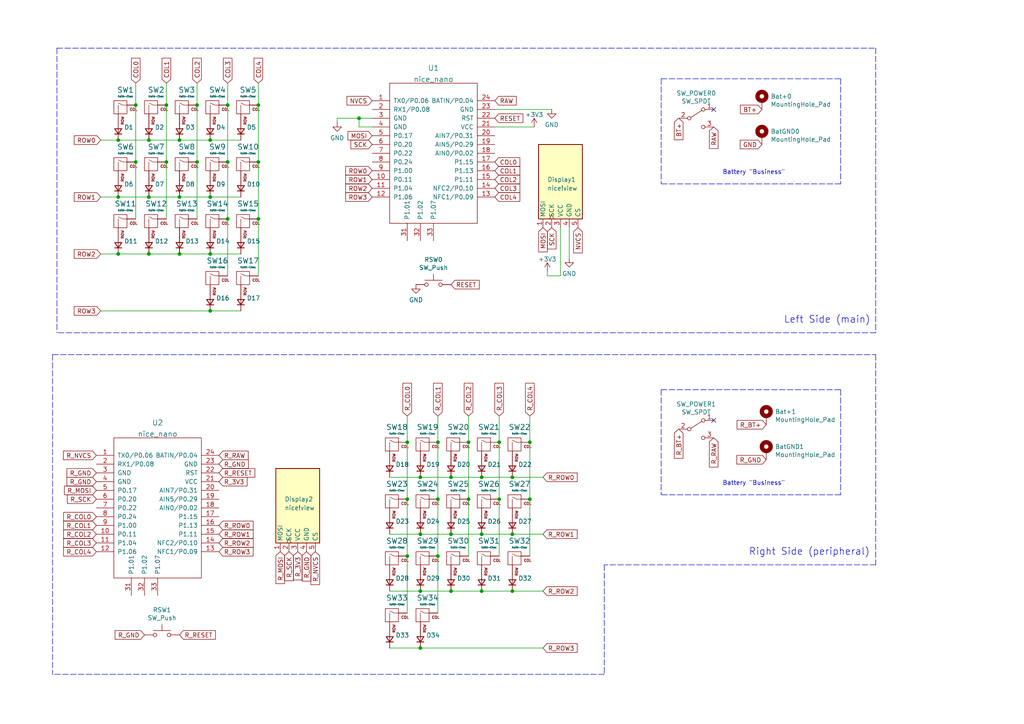
<source format=kicad_sch>
(kicad_sch (version 20211123) (generator eeschema)
  (paper "A4")
  (lib_symbols
    (symbol "Device:D_Small" (pin_numbers hide) (pin_names (offset 0.254) hide)
      (property "Reference" "D" (at -1.27 2.032 0))
      (property "Value" "D_Small" (at -3.81 -2.032 0))
      (symbol "D_Small_0_1"
        (polyline (pts (xy -0.762 -1.016) (xy -0.762 1.016)) (stroke (width 0.254)))
        (polyline (pts (xy -0.762 0) (xy 0.762 0)))
        (polyline (pts (xy 0.762 -1.016) (xy -0.762 0) (xy 0.762 1.016) (xy 0.762 -1.016)) (stroke (width 0.254)))
      )
      (symbol "D_Small_1_1"
        (pin passive line (at -2.54 0 0) (length 1.778) (name "K") (number "1"))
        (pin passive line (at 2.54 0 180) (length 1.778) (name "A") (number "2"))
      )
    )
    (symbol "MX_Alps_Hybrid:MX-NoLED" (pin_names (offset 1.016))
      (property "Reference" "MX" (at -0.635 3.81 0))
      (property "Value" "MX-NoLED" (at -0.635 1.27 0))
      (symbol "MX-NoLED_0_0"
        (rectangle (start -2.54 2.54) (end 1.27 -1.27))
        (polyline (pts (xy -1.27 -1.27) (xy -1.27 1.27)) (stroke (width 0.127)))
        (polyline (pts (xy 1.27 1.27) (xy 0 1.27) (xy -1.27 1.905)) (stroke (width 0.127)))
        (text "COL" (at 3.175 0 0) (effects (font (size 0.762 0.762))))
        (text "ROW" (at 0 -1.905 900) (effects (font (size 0.762 0.762)) (justify right)))
      )
      (symbol "MX-NoLED_1_1"
        (pin passive line (at 3.81 1.27 180) (length 2.54) (name "COL") (number "1"))
        (pin passive line (at -1.27 -3.81 90) (length 2.54) (name "ROW") (number "2"))
      )
    )
    (symbol "Mechanical:MountingHole_Pad" (pin_numbers hide) (pin_names (offset 1.016) hide)
      (property "Reference" "H" (at 0 6.35 0))
      (property "Value" "MountingHole_Pad" (at 0 4.445 0))
      (symbol "MountingHole_Pad_0_1"
        (circle (center 0 1.27) (radius 1.27) (stroke (width 1.27)))
      )
      (symbol "MountingHole_Pad_1_1"
        (pin input line (at 0 -2.54 90) (length 2.54) (name "1") (number "1"))
      )
    )
    (symbol "Switch:SW_Push" (pin_numbers hide) (pin_names (offset 1.016) hide)
      (property "Reference" "SW" (at 1.27 2.54 0))
      (property "Value" "SW_Push" (at 0 -1.524 0))
      (symbol "SW_Push_0_1"
        (circle (center -2.032 0) (radius 0.508))
        (polyline (pts (xy 0 1.27) (xy 0 3.048)))
        (polyline (pts (xy 2.54 1.27) (xy -2.54 1.27)))
        (circle (center 2.032 0) (radius 0.508))
        (pin passive line (at -5.08 0 0) (length 2.54) (name "1") (number "1"))
        (pin passive line (at 5.08 0 180) (length 2.54) (name "2") (number "2"))
      )
    )
    (symbol "Switch:SW_SPDT" (pin_names (offset 0) hide)
      (property "Reference" "SW" (at 0 4.318 0))
      (property "Value" "SW_SPDT" (at 0 -5.08 0))
      (symbol "SW_SPDT_0_0"
        (circle (center -2.032 0) (radius 0.508))
        (circle (center 2.032 -2.54) (radius 0.508))
      )
      (symbol "SW_SPDT_0_1"
        (polyline (pts (xy -1.524 0.254) (xy 1.651 2.286)))
        (circle (center 2.032 2.54) (radius 0.508))
      )
      (symbol "SW_SPDT_1_1"
        (pin passive line (at 5.08 2.54 180) (length 2.54) (name "A") (number "1"))
        (pin passive line (at -5.08 0 0) (length 2.54) (name "B") (number "2"))
        (pin passive line (at 5.08 -2.54 180) (length 2.54) (name "C") (number "3"))
      )
    )
    (symbol "nice_nano:nice_nano" (pin_names (offset 1.016))
      (property "Reference" "U" (at 0 0 0))
      (property "Value" "nice_nano" (at 0 2.54 0))
      (symbol "nice_nano_0_1"
        (rectangle (start -12.7 -21.59) (end 12.7 19.05))
      )
      (symbol "nice_nano_1_1"
        (pin input line (at -17.78 13.97 0) (length 5.08) (name "TX0/P0.06") (number "1"))
        (pin input line (at -17.78 -8.89 0) (length 5.08) (name "P0.11") (number "10"))
        (pin input line (at -17.78 -11.43 0) (length 5.08) (name "P1.04") (number "11"))
        (pin input line (at -17.78 -13.97 0) (length 5.08) (name "P1.06") (number "12"))
        (pin input line (at 17.78 -13.97 180) (length 5.08) (name "NFC1/P0.09") (number "13"))
        (pin input line (at 17.78 -11.43 180) (length 5.08) (name "NFC2/P0.10") (number "14"))
        (pin input line (at 17.78 -8.89 180) (length 5.08) (name "P1.11") (number "15"))
        (pin input line (at 17.78 -6.35 180) (length 5.08) (name "P1.13") (number "16"))
        (pin input line (at 17.78 -3.81 180) (length 5.08) (name "P1.15") (number "17"))
        (pin input line (at 17.78 -1.27 180) (length 5.08) (name "AIN0/P0.02") (number "18"))
        (pin input line (at 17.78 1.27 180) (length 5.08) (name "AIN5/P0.29") (number "19"))
        (pin input line (at -17.78 11.43 0) (length 5.08) (name "RX1/P0.08") (number "2"))
        (pin input line (at 17.78 3.81 180) (length 5.08) (name "AIN7/P0.31") (number "20"))
        (pin input line (at 17.78 6.35 180) (length 5.08) (name "VCC") (number "21"))
        (pin input line (at 17.78 8.89 180) (length 5.08) (name "RST") (number "22"))
        (pin input line (at 17.78 11.43 180) (length 5.08) (name "GND") (number "23"))
        (pin input line (at 17.78 13.97 180) (length 5.08) (name "BATIN/P0.04") (number "24"))
        (pin input line (at -17.78 8.89 0) (length 5.08) (name "GND") (number "3"))
        (pin input line (at -7.62 -26.67 90) (length 5.08) (name "P1.01") (number "31"))
        (pin input line (at -3.81 -26.67 90) (length 5.08) (name "P1.02") (number "32"))
        (pin input line (at 0 -26.67 90) (length 5.08) (name "P1.07") (number "33"))
        (pin input line (at -17.78 6.35 0) (length 5.08) (name "GND") (number "4"))
        (pin input line (at -17.78 3.81 0) (length 5.08) (name "P0.17") (number "5"))
        (pin input line (at -17.78 1.27 0) (length 5.08) (name "P0.20") (number "6"))
        (pin input line (at -17.78 -1.27 0) (length 5.08) (name "P0.22") (number "7"))
        (pin input line (at -17.78 -3.81 0) (length 5.08) (name "P0.24") (number "8"))
        (pin input line (at -17.78 -6.35 0) (length 5.08) (name "P1.00") (number "9"))
      )
    )
    (symbol "nice_view:nice!view"
      (property "Reference" "Display" (at 0 12.7 0))
      (property "Value" "nice!view" (at 0 0 0))
      (symbol "nice!view_0_1"
        (rectangle (start -6.35 11.43) (end 6.35 -10.16) (stroke (width 0.254)) (fill (type background)))
      )
      (symbol "nice!view_1_1"
        (pin input line (at -5.08 -12.7 90) (length 2.54) (name "MOSI") (number "1"))
        (pin input clock (at -2.54 -12.7 90) (length 2.54) (name "SCK") (number "2"))
        (pin power_in line (at 0 -12.7 90) (length 2.54) (name "VCC") (number "3"))
        (pin power_out line (at 2.54 -12.7 90) (length 2.54) (name "GND") (number "4"))
        (pin passive line (at 5.08 -12.7 90) (length 2.54) (name "CS") (number "5"))
      )
    )
    (symbol "power:+3.3V" (power) (pin_names (offset 0))
      (property "Value" "+3.3V" (at 0 3.556 0))
      (symbol "+3.3V_0_1"
        (polyline (pts (xy -0.762 1.27) (xy 0 2.54)))
        (polyline (pts (xy 0 0) (xy 0 2.54)))
        (polyline (pts (xy 0 2.54) (xy 0.762 1.27)))
      )
      (symbol "+3.3V_1_1"
        (pin power_in line (at 0 0 90) (length 0) hide (name "+3V3") (number "1"))
      )
    )
    (symbol "power:GND" (power) (pin_names (offset 0))
      (property "Value" "GND" (at 0 -3.81 0))
      (symbol "GND_0_1"
        (polyline (pts (xy 0 0) (xy 0 -1.27) (xy 1.27 -1.27) (xy 0 -2.54) (xy -1.27 -1.27) (xy 0 -1.27)))
      )
      (symbol "GND_1_1"
        (pin power_in line (at 0 0 270) (length 0) hide (name "GND") (number "1"))
      )
    )
  )
  (junction (at 139.7 138.43))
  (junction (at 74.93 30.48))
  (junction (at 135.89 144.78))
  (junction (at 121.92 171.45))
  (junction (at 139.7 171.45))
  (junction (at 34.29 73.66))
  (junction (at 52.07 40.64))
  (junction (at 52.07 57.15))
  (junction (at 48.26 46.99))
  (junction (at 34.29 40.64))
  (junction (at 39.37 30.48))
  (junction (at 153.67 128.27))
  (junction (at 34.29 57.15))
  (junction (at 148.59 138.43))
  (junction (at 43.18 40.64))
  (junction (at 60.96 73.66))
  (junction (at 74.93 63.5))
  (junction (at 57.15 30.48))
  (junction (at 43.18 73.66))
  (junction (at 127 128.27))
  (junction (at 66.04 46.99))
  (junction (at 118.11 144.78))
  (junction (at 121.92 138.43))
  (junction (at 118.11 128.27))
  (junction (at 148.59 154.94))
  (junction (at 118.11 161.29))
  (junction (at 60.96 40.64))
  (junction (at 148.59 171.45))
  (junction (at 57.15 46.99))
  (junction (at 121.92 154.94))
  (junction (at 66.04 63.5))
  (junction (at 130.81 154.94))
  (junction (at 127 161.29))
  (junction (at 130.81 138.43))
  (junction (at 121.92 187.96))
  (junction (at 135.89 128.27))
  (junction (at 60.96 57.15))
  (junction (at 74.93 46.99))
  (junction (at 39.37 46.99))
  (junction (at 153.67 144.78))
  (junction (at 104.14 34.29))
  (junction (at 66.04 30.48))
  (junction (at 144.78 128.27))
  (junction (at 127 144.78))
  (junction (at 60.96 90.17))
  (junction (at 52.07 73.66))
  (junction (at 43.18 57.15))
  (junction (at 139.7 154.94))
  (junction (at 144.78 144.78))
  (junction (at 130.81 171.45))
  (junction (at 48.26 30.48))
  (no_connect (at 207.01 121.92))
  (no_connect (at 207.01 31.75))
  (wire (pts (xy 130.81 171.45) (xy 139.7 171.45)))
  (wire (pts (xy 43.18 57.15) (xy 52.07 57.15)))
  (wire (pts (xy 153.67 128.27) (xy 153.67 144.78)))
  (wire (pts (xy 60.96 90.17) (xy 69.85 90.17)))
  (wire (pts (xy 34.29 40.64) (xy 43.18 40.64)))
  (wire (pts (xy 60.96 40.64) (xy 69.85 40.64)))
  (wire (pts (xy 43.18 40.64) (xy 52.07 40.64)))
  (wire (pts (xy 113.03 171.45) (xy 121.92 171.45)))
  (wire (pts (xy 57.15 24.13) (xy 57.15 30.48)))
  (polyline (pts (xy 254 163.83) (xy 175.26 163.83)))
  (wire (pts (xy 74.93 30.48) (xy 74.93 46.99)))
  (wire (pts (xy 139.7 138.43) (xy 148.59 138.43)))
  (wire (pts (xy 162.56 66.04) (xy 162.56 80.01)))
  (wire (pts (xy 104.14 36.83) (xy 104.14 34.29)))
  (polyline (pts (xy 16.51 13.97) (xy 16.51 96.52)))
  (wire (pts (xy 118.11 161.29) (xy 118.11 177.8)))
  (wire (pts (xy 148.59 154.94) (xy 157.48 154.94)))
  (wire (pts (xy 118.11 120.65) (xy 118.11 128.27)))
  (wire (pts (xy 29.21 90.17) (xy 60.96 90.17)))
  (wire (pts (xy 135.89 128.27) (xy 135.89 144.78)))
  (wire (pts (xy 162.56 80.01) (xy 158.75 80.01)))
  (wire (pts (xy 127 128.27) (xy 127 144.78)))
  (wire (pts (xy 66.04 30.48) (xy 66.04 46.99)))
  (wire (pts (xy 139.7 171.45) (xy 148.59 171.45)))
  (polyline (pts (xy 243.84 143.51) (xy 191.77 143.51)))
  (polyline (pts (xy 15.24 102.87) (xy 254 102.87)))
  (wire (pts (xy 66.04 24.13) (xy 66.04 30.48)))
  (wire (pts (xy 29.21 57.15) (xy 34.29 57.15)))
  (wire (pts (xy 43.18 73.66) (xy 52.07 73.66)))
  (wire (pts (xy 60.96 73.66) (xy 69.85 73.66)))
  (wire (pts (xy 121.92 187.96) (xy 157.48 187.96)))
  (wire (pts (xy 57.15 46.99) (xy 57.15 63.5)))
  (polyline (pts (xy 175.26 195.58) (xy 15.24 195.58)))
  (wire (pts (xy 127 120.65) (xy 127 128.27)))
  (polyline (pts (xy 15.24 102.87) (xy 15.24 195.58)))
  (wire (pts (xy 97.79 34.29) (xy 97.79 35.56)))
  (wire (pts (xy 52.07 40.64) (xy 60.96 40.64)))
  (wire (pts (xy 113.03 187.96) (xy 121.92 187.96)))
  (wire (pts (xy 148.59 138.43) (xy 157.48 138.43)))
  (wire (pts (xy 29.21 73.66) (xy 34.29 73.66)))
  (wire (pts (xy 74.93 24.13) (xy 74.93 30.48)))
  (wire (pts (xy 107.95 36.83) (xy 104.14 36.83)))
  (wire (pts (xy 130.81 138.43) (xy 139.7 138.43)))
  (wire (pts (xy 29.21 40.64) (xy 34.29 40.64)))
  (polyline (pts (xy 175.26 163.83) (xy 175.26 195.58)))
  (wire (pts (xy 39.37 24.13) (xy 39.37 30.48)))
  (wire (pts (xy 48.26 30.48) (xy 48.26 46.99)))
  (wire (pts (xy 74.93 63.5) (xy 74.93 80.01)))
  (wire (pts (xy 66.04 63.5) (xy 66.04 80.01)))
  (wire (pts (xy 113.03 138.43) (xy 121.92 138.43)))
  (polyline (pts (xy 254 13.97) (xy 254 96.52)))
  (polyline (pts (xy 191.77 113.03) (xy 243.84 113.03)))
  (wire (pts (xy 34.29 73.66) (xy 43.18 73.66)))
  (wire (pts (xy 135.89 144.78) (xy 135.89 161.29)))
  (wire (pts (xy 139.7 154.94) (xy 148.59 154.94)))
  (wire (pts (xy 144.78 128.27) (xy 144.78 144.78)))
  (wire (pts (xy 148.59 171.45) (xy 157.48 171.45)))
  (wire (pts (xy 143.51 36.83) (xy 154.94 36.83)))
  (wire (pts (xy 66.04 46.99) (xy 66.04 63.5)))
  (wire (pts (xy 60.96 57.15) (xy 69.85 57.15)))
  (wire (pts (xy 39.37 46.99) (xy 39.37 63.5)))
  (polyline (pts (xy 254 102.87) (xy 254 163.83)))
  (wire (pts (xy 34.29 57.15) (xy 43.18 57.15)))
  (wire (pts (xy 121.92 154.94) (xy 130.81 154.94)))
  (wire (pts (xy 144.78 144.78) (xy 144.78 161.29)))
  (wire (pts (xy 121.92 171.45) (xy 130.81 171.45)))
  (wire (pts (xy 74.93 46.99) (xy 74.93 63.5)))
  (wire (pts (xy 144.78 120.65) (xy 144.78 128.27)))
  (polyline (pts (xy 191.77 22.86) (xy 243.84 22.86)))
  (wire (pts (xy 52.07 57.15) (xy 60.96 57.15)))
  (wire (pts (xy 127 144.78) (xy 127 161.29)))
  (wire (pts (xy 153.67 120.65) (xy 153.67 128.27)))
  (wire (pts (xy 143.51 31.75) (xy 160.02 31.75)))
  (wire (pts (xy 48.26 46.99) (xy 48.26 63.5)))
  (polyline (pts (xy 191.77 22.86) (xy 191.77 53.34)))
  (wire (pts (xy 39.37 30.48) (xy 39.37 46.99)))
  (wire (pts (xy 97.79 34.29) (xy 104.14 34.29)))
  (wire (pts (xy 127 161.29) (xy 127 177.8)))
  (wire (pts (xy 135.89 120.65) (xy 135.89 128.27)))
  (polyline (pts (xy 243.84 53.34) (xy 191.77 53.34)))
  (wire (pts (xy 118.11 128.27) (xy 118.11 144.78)))
  (polyline (pts (xy 243.84 113.03) (xy 243.84 143.51)))
  (wire (pts (xy 165.1 66.04) (xy 165.1 74.93)))
  (polyline (pts (xy 191.77 113.03) (xy 191.77 143.51)))
  (wire (pts (xy 158.75 80.01) (xy 158.75 78.74)))
  (wire (pts (xy 113.03 154.94) (xy 121.92 154.94)))
  (polyline (pts (xy 254 96.52) (xy 16.51 96.52)))
  (wire (pts (xy 48.26 24.13) (xy 48.26 30.48)))
  (polyline (pts (xy 243.84 22.86) (xy 243.84 53.34)))
  (wire (pts (xy 121.92 138.43) (xy 130.81 138.43)))
  (wire (pts (xy 57.15 30.48) (xy 57.15 46.99)))
  (polyline (pts (xy 16.51 13.97) (xy 254 13.97)))
  (wire (pts (xy 52.07 73.66) (xy 60.96 73.66)))
  (wire (pts (xy 118.11 144.78) (xy 118.11 161.29)))
  (wire (pts (xy 153.67 144.78) (xy 153.67 161.29)))
  (wire (pts (xy 107.95 34.29) (xy 104.14 34.29)))
  (wire (pts (xy 130.81 154.94) (xy 139.7 154.94)))
  (text "Right Side (peripheral)" (at 217.17 161.29 0) (effects (font (size 2 2)) (justify left bottom)))
  (text "Battery \"Business\"" (at 209.55 140.97 0) (effects (font (size 1.27 1.27)) (justify left bottom)))
  (text "Battery \"Business\"" (at 209.55 50.8 0) (effects (font (size 1.27 1.27)) (justify left bottom)))
  (text "Left Side (main)" (at 227.33 93.98 0) (effects (font (size 2 2)) (justify left bottom)))
  (global_label "R_3V3" (shape input) (at 86.36 160.02 270) (property "Intersheet References" "${INTERSHEET_REFS}" (effects hide)))
  (global_label "ROW3" (shape input) (at 29.21 90.17 180) (property "Intersheet References" "${INTERSHEET_REFS}" (effects hide)))
  (global_label "R_COL1" (shape input) (at 127 120.65 90) (property "Intersheet References" "${INTERSHEET_REFS}" (effects hide)))
  (global_label "ROW1" (shape input) (at 29.21 57.15 180) (property "Intersheet References" "${INTERSHEET_REFS}" (effects hide)))
  (global_label "BT+" (shape input) (at 220.98 31.75 180) (property "Intersheet References" "${INTERSHEET_REFS}" (effects hide)))
  (global_label "R_GND" (shape input) (at 88.9 160.02 270) (property "Intersheet References" "${INTERSHEET_REFS}" (effects hide)))
  (global_label "RESET" (shape input) (at 130.81 82.55 0) (property "Intersheet References" "${INTERSHEET_REFS}" (effects hide)))
  (global_label "R_BT+" (shape input) (at 196.85 124.46 270) (property "Intersheet References" "${INTERSHEET_REFS}" (effects hide)))
  (global_label "RAW" (shape input) (at 143.51 29.21 0) (property "Intersheet References" "${INTERSHEET_REFS}" (effects hide)))
  (global_label "BT+" (shape input) (at 196.85 34.29 270) (property "Intersheet References" "${INTERSHEET_REFS}" (effects hide)))
  (global_label "R_COL4" (shape input) (at 153.67 120.65 90) (property "Intersheet References" "${INTERSHEET_REFS}" (effects hide)))
  (global_label "R_MOSI" (shape input) (at 81.28 160.02 270) (property "Intersheet References" "${INTERSHEET_REFS}" (effects hide)))
  (global_label "COL3" (shape input) (at 66.04 24.13 90) (property "Intersheet References" "${INTERSHEET_REFS}" (effects hide)))
  (global_label "RAW" (shape input) (at 207.01 36.83 270) (property "Intersheet References" "${INTERSHEET_REFS}" (effects hide)))
  (global_label "R_RESET" (shape input) (at 63.5 137.16 0) (property "Intersheet References" "${INTERSHEET_REFS}" (effects hide)))
  (global_label "R_NVCS" (shape input) (at 91.44 160.02 270) (property "Intersheet References" "${INTERSHEET_REFS}" (effects hide)))
  (global_label "R_SCK" (shape input) (at 27.94 144.78 180) (property "Intersheet References" "${INTERSHEET_REFS}" (effects hide)))
  (global_label "COL3" (shape input) (at 143.51 54.61 0) (property "Intersheet References" "${INTERSHEET_REFS}" (effects hide)))
  (global_label "R_ROW2" (shape input) (at 157.48 171.45 0) (property "Intersheet References" "${INTERSHEET_REFS}" (effects hide)))
  (global_label "R_RESET" (shape input) (at 52.07 184.15 0) (property "Intersheet References" "${INTERSHEET_REFS}" (effects hide)))
  (global_label "R_GND" (shape input) (at 27.94 139.7 180) (property "Intersheet References" "${INTERSHEET_REFS}" (effects hide)))
  (global_label "R_COL2" (shape input) (at 135.89 120.65 90) (property "Intersheet References" "${INTERSHEET_REFS}" (effects hide)))
  (global_label "COL1" (shape input) (at 143.51 49.53 0) (property "Intersheet References" "${INTERSHEET_REFS}" (effects hide)))
  (global_label "R_COL3" (shape input) (at 27.94 157.48 180) (property "Intersheet References" "${INTERSHEET_REFS}" (effects hide)))
  (global_label "ROW1" (shape input) (at 107.95 52.07 180) (property "Intersheet References" "${INTERSHEET_REFS}" (effects hide)))
  (global_label "ROW0" (shape input) (at 107.95 49.53 180) (property "Intersheet References" "${INTERSHEET_REFS}" (effects hide)))
  (global_label "R_RAW" (shape input) (at 207.01 127 270) (property "Intersheet References" "${INTERSHEET_REFS}" (effects hide)))
  (global_label "ROW2" (shape input) (at 29.21 73.66 180) (property "Intersheet References" "${INTERSHEET_REFS}" (effects hide)))
  (global_label "COL1" (shape input) (at 48.26 24.13 90) (property "Intersheet References" "${INTERSHEET_REFS}" (effects hide)))
  (global_label "R_ROW3" (shape input) (at 157.48 187.96 0) (property "Intersheet References" "${INTERSHEET_REFS}" (effects hide)))
  (global_label "R_COL3" (shape input) (at 144.78 120.65 90) (property "Intersheet References" "${INTERSHEET_REFS}" (effects hide)))
  (global_label "R_NVCS" (shape input) (at 27.94 132.08 180) (property "Intersheet References" "${INTERSHEET_REFS}" (effects hide)))
  (global_label "R_BT+" (shape input) (at 222.25 123.19 180) (property "Intersheet References" "${INTERSHEET_REFS}" (effects hide)))
  (global_label "SCK" (shape input) (at 107.95 41.91 180) (property "Intersheet References" "${INTERSHEET_REFS}" (effects hide)))
  (global_label "R_GND" (shape input) (at 222.25 133.35 180) (property "Intersheet References" "${INTERSHEET_REFS}" (effects hide)))
  (global_label "ROW3" (shape input) (at 107.95 57.15 180) (property "Intersheet References" "${INTERSHEET_REFS}" (effects hide)))
  (global_label "COL2" (shape input) (at 57.15 24.13 90) (property "Intersheet References" "${INTERSHEET_REFS}" (effects hide)))
  (global_label "COL2" (shape input) (at 143.51 52.07 0) (property "Intersheet References" "${INTERSHEET_REFS}" (effects hide)))
  (global_label "R_ROW3" (shape input) (at 63.5 160.02 0) (property "Intersheet References" "${INTERSHEET_REFS}" (effects hide)))
  (global_label "R_SCK" (shape input) (at 83.82 160.02 270) (property "Intersheet References" "${INTERSHEET_REFS}" (effects hide)))
  (global_label "ROW0" (shape input) (at 29.21 40.64 180) (property "Intersheet References" "${INTERSHEET_REFS}" (effects hide)))
  (global_label "COL0" (shape input) (at 39.37 24.13 90) (property "Intersheet References" "${INTERSHEET_REFS}" (effects hide)))
  (global_label "R_ROW1" (shape input) (at 63.5 154.94 0) (property "Intersheet References" "${INTERSHEET_REFS}" (effects hide)))
  (global_label "R_COL2" (shape input) (at 27.94 154.94 180) (property "Intersheet References" "${INTERSHEET_REFS}" (effects hide)))
  (global_label "R_ROW0" (shape input) (at 63.5 152.4 0) (property "Intersheet References" "${INTERSHEET_REFS}" (effects hide)))
  (global_label "R_COL4" (shape input) (at 27.94 160.02 180) (property "Intersheet References" "${INTERSHEET_REFS}" (effects hide)))
  (global_label "R_ROW0" (shape input) (at 157.48 138.43 0) (property "Intersheet References" "${INTERSHEET_REFS}" (effects hide)))
  (global_label "R_ROW2" (shape input) (at 63.5 157.48 0) (property "Intersheet References" "${INTERSHEET_REFS}" (effects hide)))
  (global_label "R_COL0" (shape input) (at 118.11 120.65 90) (property "Intersheet References" "${INTERSHEET_REFS}" (effects hide)))
  (global_label "R_GND" (shape input) (at 27.94 137.16 180) (property "Intersheet References" "${INTERSHEET_REFS}" (effects hide)))
  (global_label "COL4" (shape input) (at 143.51 57.15 0) (property "Intersheet References" "${INTERSHEET_REFS}" (effects hide)))
  (global_label "R_ROW1" (shape input) (at 157.48 154.94 0) (property "Intersheet References" "${INTERSHEET_REFS}" (effects hide)))
  (global_label "MOSI" (shape input) (at 107.95 39.37 180) (property "Intersheet References" "${INTERSHEET_REFS}" (effects hide)))
  (global_label "ROW2" (shape input) (at 107.95 54.61 180) (property "Intersheet References" "${INTERSHEET_REFS}" (effects hide)))
  (global_label "SCK" (shape input) (at 160.02 66.04 270) (property "Intersheet References" "${INTERSHEET_REFS}" (effects hide)))
  (global_label "R_3V3" (shape input) (at 63.5 139.7 0) (property "Intersheet References" "${INTERSHEET_REFS}" (effects hide)))
  (global_label "COL0" (shape input) (at 143.51 46.99 0) (property "Intersheet References" "${INTERSHEET_REFS}" (effects hide)))
  (global_label "NVCS" (shape input) (at 107.95 29.21 180) (property "Intersheet References" "${INTERSHEET_REFS}" (effects hide)))
  (global_label "R_GND" (shape input) (at 41.91 184.15 180) (property "Intersheet References" "${INTERSHEET_REFS}" (effects hide)))
  (global_label "COL4" (shape input) (at 74.93 24.13 90) (property "Intersheet References" "${INTERSHEET_REFS}" (effects hide)))
  (global_label "R_COL0" (shape input) (at 27.94 149.86 180) (property "Intersheet References" "${INTERSHEET_REFS}" (effects hide)))
  (global_label "R_GND" (shape input) (at 63.5 134.62 0) (property "Intersheet References" "${INTERSHEET_REFS}" (effects hide)))
  (global_label "RESET" (shape input) (at 143.51 34.29 0) (property "Intersheet References" "${INTERSHEET_REFS}" (effects hide)))
  (global_label "GND" (shape input) (at 220.98 41.91 180) (property "Intersheet References" "${INTERSHEET_REFS}" (effects hide)))
  (global_label "NVCS" (shape input) (at 167.64 66.04 270) (property "Intersheet References" "${INTERSHEET_REFS}" (effects hide)))
  (global_label "R_RAW" (shape input) (at 63.5 132.08 0) (property "Intersheet References" "${INTERSHEET_REFS}" (effects hide)))
  (global_label "R_MOSI" (shape input) (at 27.94 142.24 180) (property "Intersheet References" "${INTERSHEET_REFS}" (effects hide)))
  (global_label "MOSI" (shape input) (at 157.48 66.04 270) (property "Intersheet References" "${INTERSHEET_REFS}" (effects hide)))
  (global_label "R_COL1" (shape input) (at 27.94 152.4 180) (property "Intersheet References" "${INTERSHEET_REFS}" (effects hide)))
  (symbol (lib_id "Device:D_Small") (at 139.7 135.89 90) (unit 1)
    (property "Reference" "D21" (at 141.4272 134.7216 90) (effects (justify right)))
    (property "Value" "diode" (effects hide))
    (property "Footprint" "urchin-footprints:SMD_Diode_Tiny" (effects hide))
  )
  (symbol (lib_id "MX_Alps_Hybrid:MX-NoLED") (at 62.23 64.77 0) (unit 1)
    (property "Reference" "SW14" (at 63.0682 59.1058 0) (effects (font (size 1.524 1.524))))
    (property "Value" "Kailh-Choc" (at 63.0682 60.9854 0) (effects (font (size 0.508 0.508))))
    (property "Footprint" "urchin-footprints:SW_Hotswap_Kailh_Choc_V1_tweaked" (effects hide))
  )
  (symbol (lib_id "MX_Alps_Hybrid:MX-NoLED") (at 149.86 162.56 0) (unit 1)
    (property "Reference" "SW32" (at 150.6982 156.8958 0) (effects (font (size 1.524 1.524))))
    (property "Value" "Kailh-Choc" (at 150.6982 158.7754 0) (effects (font (size 0.508 0.508))))
    (property "Footprint" "urchin-footprints:SW_Hotswap_Kailh_Choc_V1_tweaked" (effects hide))
  )
  (symbol (lib_id "power:GND") (at 120.65 82.55 0) (unit 1)
    (property "Reference" "#PWR0103" (effects hide))
    (property "Value" "GND" (at 120.65 86.9934 0))
  )
  (symbol (lib_id "Device:D_Small") (at 60.96 38.1 90) (unit 1)
    (property "Reference" "D4" (at 62.6872 36.9316 90) (effects (justify right)))
    (property "Value" "diode" (effects hide))
    (property "Footprint" "urchin-footprints:SMD_Diode_Tiny" (effects hide))
  )
  (symbol (lib_id "MX_Alps_Hybrid:MX-NoLED") (at 114.3 179.07 0) (unit 1)
    (property "Reference" "SW33" (at 115.1382 173.4058 0) (effects (font (size 1.524 1.524))))
    (property "Value" "Kailh-Choc" (at 115.1382 175.2854 0) (effects (font (size 0.508 0.508))))
    (property "Footprint" "urchin-footprints:SW_Hotswap_Kailh_Choc_V1_tweaked" (effects hide))
  )
  (symbol (lib_id "MX_Alps_Hybrid:MX-NoLED") (at 123.19 129.54 0) (unit 1)
    (property "Reference" "SW19" (at 124.0282 123.8758 0) (effects (font (size 1.524 1.524))))
    (property "Value" "Kailh-Choc" (at 124.0282 125.7554 0) (effects (font (size 0.508 0.508))))
    (property "Footprint" "urchin-footprints:SW_Hotswap_Kailh_Choc_V1_tweaked" (effects hide))
  )
  (symbol (lib_id "Device:D_Small") (at 52.07 38.1 90) (unit 1)
    (property "Reference" "D3" (at 53.7972 36.9316 90) (effects (justify right)))
    (property "Value" "diode" (effects hide))
    (property "Footprint" "urchin-footprints:SMD_Diode_Tiny" (effects hide))
  )
  (symbol (lib_id "MX_Alps_Hybrid:MX-NoLED") (at 114.3 129.54 0) (unit 1)
    (property "Reference" "SW18" (at 115.1382 123.8758 0) (effects (font (size 1.524 1.524))))
    (property "Value" "Kailh-Choc" (at 115.1382 125.7554 0) (effects (font (size 0.508 0.508))))
    (property "Footprint" "urchin-footprints:SW_Hotswap_Kailh_Choc_V1_tweaked" (effects hide))
  )
  (symbol (lib_id "Device:D_Small") (at 113.03 185.42 90) (unit 1)
    (property "Reference" "D33" (at 114.7572 184.2516 90) (effects (justify right)))
    (property "Value" "diode" (effects hide))
    (property "Footprint" "urchin-footprints:SMD_Diode_Tiny" (effects hide))
  )
  (symbol (lib_id "MX_Alps_Hybrid:MX-NoLED") (at 71.12 81.28 0) (unit 1)
    (property "Reference" "SW17" (at 71.9582 75.6158 0) (effects (font (size 1.524 1.524))))
    (property "Value" "Kailh-Choc" (at 71.9582 77.4954 0) (effects (font (size 0.508 0.508))))
    (property "Footprint" "urchin-footprints:SW_Hotswap_Kailh_Choc_V1_tweaked" (effects hide))
  )
  (symbol (lib_id "Switch:SW_Push") (at 125.73 82.55 0) (unit 1)
    (property "Reference" "RSW0" (at 125.73 75.311 0))
    (property "Value" "SW_Push" (at 125.73 77.6224 0))
    (property "Footprint" "urchin-footprints:SW_RESET" (effects hide))
  )
  (symbol (lib_id "MX_Alps_Hybrid:MX-NoLED") (at 132.08 146.05 0) (unit 1)
    (property "Reference" "SW25" (at 132.9182 140.3858 0) (effects (font (size 1.524 1.524))))
    (property "Value" "Kailh-Choc" (at 132.9182 142.2654 0) (effects (font (size 0.508 0.508))))
    (property "Footprint" "urchin-footprints:SW_Hotswap_Kailh_Choc_V1_tweaked" (effects hide))
  )
  (symbol (lib_id "nice_nano:nice_nano") (at 125.73 43.18 0) (unit 1)
    (property "Reference" "U1" (at 125.73 19.7261 0) (effects (font (size 1.524 1.524))))
    (property "Value" "nice_nano" (at 125.73 23.0051 0) (effects (font (size 1.524 1.524))))
    (property "Footprint" "urchin-footprints:nice_nano" (effects hide))
  )
  (symbol (lib_id "Device:D_Small") (at 113.03 152.4 90) (unit 1)
    (property "Reference" "D23" (at 114.7572 151.2316 90) (effects (justify right)))
    (property "Value" "diode" (effects hide))
    (property "Footprint" "urchin-footprints:SMD_Diode_Tiny" (effects hide))
  )
  (symbol (lib_id "MX_Alps_Hybrid:MX-NoLED") (at 123.19 162.56 0) (unit 1)
    (property "Reference" "SW29" (at 124.0282 156.8958 0) (effects (font (size 1.524 1.524))))
    (property "Value" "Kailh-Choc" (at 124.0282 158.7754 0) (effects (font (size 0.508 0.508))))
    (property "Footprint" "urchin-footprints:SW_Hotswap_Kailh_Choc_V1_tweaked" (effects hide))
  )
  (symbol (lib_id "MX_Alps_Hybrid:MX-NoLED") (at 53.34 48.26 0) (unit 1)
    (property "Reference" "SW8" (at 54.1782 42.5958 0) (effects (font (size 1.524 1.524))))
    (property "Value" "Kailh-Choc" (at 54.1782 44.4754 0) (effects (font (size 0.508 0.508))))
    (property "Footprint" "urchin-footprints:SW_Hotswap_Kailh_Choc_V1_tweaked" (effects hide))
  )
  (symbol (lib_id "power:+3.3V") (at 154.94 36.83 0) (unit 1)
    (property "Reference" "#PWR0102" (effects hide))
    (property "Value" "+3.3V" (at 154.94 33.2542 0))
  )
  (symbol (lib_id "Switch:SW_SPDT") (at 201.93 124.46 0) (unit 1)
    (property "Reference" "SW_POWER1" (at 201.93 117.221 0))
    (property "Value" "SW_SPDT" (at 201.93 119.5324 0))
    (property "Footprint" "urchin-footprints:smt-slider-switch" (effects hide))
  )
  (symbol (lib_id "Device:D_Small") (at 69.85 87.63 90) (unit 1)
    (property "Reference" "D17" (at 71.5772 86.4616 90) (effects (justify right)))
    (property "Value" "diode" (effects hide))
    (property "Footprint" "urchin-footprints:SMD_Diode_Tiny" (effects hide))
  )
  (symbol (lib_id "Device:D_Small") (at 113.03 135.89 90) (unit 1)
    (property "Reference" "D18" (at 114.7572 134.7216 90) (effects (justify right)))
    (property "Value" "diode" (effects hide))
    (property "Footprint" "urchin-footprints:SMD_Diode_Tiny" (effects hide))
  )
  (symbol (lib_id "Device:D_Small") (at 43.18 71.12 90) (unit 1)
    (property "Reference" "D12" (at 44.9072 69.9516 90) (effects (justify right)))
    (property "Value" "diode" (effects hide))
    (property "Footprint" "urchin-footprints:SMD_Diode_Tiny" (effects hide))
  )
  (symbol (lib_id "MX_Alps_Hybrid:MX-NoLED") (at 132.08 162.56 0) (unit 1)
    (property "Reference" "SW30" (at 132.9182 156.8958 0) (effects (font (size 1.524 1.524))))
    (property "Value" "Kailh-Choc" (at 132.9182 158.7754 0) (effects (font (size 0.508 0.508))))
    (property "Footprint" "urchin-footprints:SW_Hotswap_Kailh_Choc_V1_tweaked" (effects hide))
  )
  (symbol (lib_id "MX_Alps_Hybrid:MX-NoLED") (at 71.12 64.77 0) (unit 1)
    (property "Reference" "SW15" (at 71.9582 59.1058 0) (effects (font (size 1.524 1.524))))
    (property "Value" "Kailh-Choc" (at 71.9582 60.9854 0) (effects (font (size 0.508 0.508))))
    (property "Footprint" "urchin-footprints:SW_Hotswap_Kailh_Choc_V1_tweaked" (effects hide))
  )
  (symbol (lib_id "Device:D_Small") (at 130.81 135.89 90) (unit 1)
    (property "Reference" "D20" (at 132.5372 134.7216 90) (effects (justify right)))
    (property "Value" "diode" (effects hide))
    (property "Footprint" "urchin-footprints:SMD_Diode_Tiny" (effects hide))
  )
  (symbol (lib_id "nice_view:nice!view") (at 86.36 147.32 0) (unit 1)
    (property "Reference" "Display2" (at 82.55 144.78 0) (effects (justify left)))
    (property "Value" "nice!view" (at 82.55 147.32 0) (effects (justify left)))
    (property "Footprint" "urchin-footprints:nice_view" (effects hide))
    (property "Datasheet" "https://nicekeyboards.com/docs/nice-view/pinout-schematic" (effects hide))
  )
  (symbol (lib_id "Device:D_Small") (at 148.59 168.91 90) (unit 1)
    (property "Reference" "D32" (at 150.3172 167.7416 90) (effects (justify right)))
    (property "Value" "diode" (effects hide))
    (property "Footprint" "urchin-footprints:SMD_Diode_Tiny" (effects hide))
  )
  (symbol (lib_id "Device:D_Small") (at 148.59 152.4 90) (unit 1)
    (property "Reference" "D27" (at 150.3172 151.2316 90) (effects (justify right)))
    (property "Value" "diode" (effects hide))
    (property "Footprint" "urchin-footprints:SMD_Diode_Tiny" (effects hide))
  )
  (symbol (lib_id "Device:D_Small") (at 69.85 71.12 90) (unit 1)
    (property "Reference" "D15" (at 71.5772 69.9516 90) (effects (justify right)))
    (property "Value" "diode" (effects hide))
    (property "Footprint" "urchin-footprints:SMD_Diode_Tiny" (effects hide))
  )
  (symbol (lib_id "MX_Alps_Hybrid:MX-NoLED") (at 123.19 146.05 0) (unit 1)
    (property "Reference" "SW24" (at 124.0282 140.3858 0) (effects (font (size 1.524 1.524))))
    (property "Value" "Kailh-Choc" (at 124.0282 142.2654 0) (effects (font (size 0.508 0.508))))
    (property "Footprint" "urchin-footprints:SW_Hotswap_Kailh_Choc_V1_tweaked" (effects hide))
  )
  (symbol (lib_id "Switch:SW_SPDT") (at 201.93 34.29 0) (unit 1)
    (property "Reference" "SW_POWER0" (at 201.93 27.051 0))
    (property "Value" "SW_SPDT" (at 201.93 29.3624 0))
    (property "Footprint" "urchin-footprints:smt-slider-switch" (effects hide))
  )
  (symbol (lib_id "MX_Alps_Hybrid:MX-NoLED") (at 35.56 31.75 0) (unit 1)
    (property "Reference" "SW1" (at 36.3982 26.0858 0) (effects (font (size 1.524 1.524))))
    (property "Value" "Kailh-Choc" (at 36.3982 27.9654 0) (effects (font (size 0.508 0.508))))
    (property "Footprint" "urchin-footprints:SW_Hotswap_Kailh_Choc_V1_tweaked" (effects hide))
  )
  (symbol (lib_id "MX_Alps_Hybrid:MX-NoLED") (at 140.97 146.05 0) (unit 1)
    (property "Reference" "SW26" (at 141.8082 140.3858 0) (effects (font (size 1.524 1.524))))
    (property "Value" "Kailh-Choc" (at 141.8082 142.2654 0) (effects (font (size 0.508 0.508))))
    (property "Footprint" "urchin-footprints:SW_Hotswap_Kailh_Choc_V1_tweaked" (effects hide))
  )
  (symbol (lib_id "MX_Alps_Hybrid:MX-NoLED") (at 62.23 31.75 0) (unit 1)
    (property "Reference" "SW4" (at 63.0682 26.0858 0) (effects (font (size 1.524 1.524))))
    (property "Value" "Kailh-Choc" (at 63.0682 27.9654 0) (effects (font (size 0.508 0.508))))
    (property "Footprint" "urchin-footprints:SW_Hotswap_Kailh_Choc_V1_tweaked" (effects hide))
  )
  (symbol (lib_id "Device:D_Small") (at 43.18 38.1 90) (unit 1)
    (property "Reference" "D2" (at 44.9072 36.9316 90) (effects (justify right)))
    (property "Value" "diode" (effects hide))
    (property "Footprint" "urchin-footprints:SMD_Diode_Tiny" (effects hide))
  )
  (symbol (lib_id "Device:D_Small") (at 69.85 54.61 90) (unit 1)
    (property "Reference" "D10" (at 71.5772 53.4416 90) (effects (justify right)))
    (property "Value" "diode" (effects hide))
    (property "Footprint" "urchin-footprints:SMD_Diode_Tiny" (effects hide))
  )
  (symbol (lib_id "Device:D_Small") (at 130.81 168.91 90) (unit 1)
    (property "Reference" "D30" (at 132.5372 167.7416 90) (effects (justify right)))
    (property "Value" "diode" (effects hide))
    (property "Footprint" "urchin-footprints:SMD_Diode_Tiny" (effects hide))
  )
  (symbol (lib_id "Switch:SW_Push") (at 46.99 184.15 0) (unit 1)
    (property "Reference" "RSW1" (at 46.99 176.911 0))
    (property "Value" "SW_Push" (at 46.99 179.2224 0))
    (property "Footprint" "urchin-footprints:SW_RESET" (effects hide))
  )
  (symbol (lib_id "Device:D_Small") (at 130.81 152.4 90) (unit 1)
    (property "Reference" "D25" (at 132.5372 151.2316 90) (effects (justify right)))
    (property "Value" "diode" (effects hide))
    (property "Footprint" "urchin-footprints:SMD_Diode_Tiny" (effects hide))
  )
  (symbol (lib_id "Device:D_Small") (at 113.03 168.91 90) (unit 1)
    (property "Reference" "D28" (at 114.7572 167.7416 90) (effects (justify right)))
    (property "Value" "diode" (effects hide))
    (property "Footprint" "urchin-footprints:SMD_Diode_Tiny" (effects hide))
  )
  (symbol (lib_id "Mechanical:MountingHole_Pad") (at 222.25 130.81 0) (unit 1)
    (property "Reference" "BatGND1" (at 224.79 129.5654 0) (effects (justify left)))
    (property "Value" "MountingHole_Pad" (at 224.79 131.8768 0) (effects (justify left)))
    (property "Footprint" "urchin-footprints:1pin_Battery" (effects hide))
  )
  (symbol (lib_id "MX_Alps_Hybrid:MX-NoLED") (at 62.23 48.26 0) (unit 1)
    (property "Reference" "SW9" (at 63.0682 42.5958 0) (effects (font (size 1.524 1.524))))
    (property "Value" "Kailh-Choc" (at 63.0682 44.4754 0) (effects (font (size 0.508 0.508))))
    (property "Footprint" "urchin-footprints:SW_Hotswap_Kailh_Choc_V1_tweaked" (effects hide))
  )
  (symbol (lib_id "power:+3.3V") (at 158.75 78.74 0) (unit 1)
    (property "Reference" "#PWR0104" (effects hide))
    (property "Value" "+3.3V" (at 158.75 75.1642 0))
  )
  (symbol (lib_id "nice_view:nice!view") (at 162.56 53.34 0) (unit 1)
    (property "Reference" "Display1" (at 158.75 52.0731 0) (effects (justify left)))
    (property "Value" "nice!view" (at 158.75 54.61 0) (effects (justify left)))
    (property "Footprint" "urchin-footprints:nice_view" (effects hide))
    (property "Datasheet" "https://nicekeyboards.com/docs/nice-view/pinout-schematic" (effects hide))
  )
  (symbol (lib_id "Device:D_Small") (at 43.18 54.61 90) (unit 1)
    (property "Reference" "D7" (at 44.9072 53.4416 90) (effects (justify right)))
    (property "Value" "diode" (effects hide))
    (property "Footprint" "urchin-footprints:SMD_Diode_Tiny" (effects hide))
  )
  (symbol (lib_id "MX_Alps_Hybrid:MX-NoLED") (at 140.97 162.56 0) (unit 1)
    (property "Reference" "SW31" (at 141.8082 156.8958 0) (effects (font (size 1.524 1.524))))
    (property "Value" "Kailh-Choc" (at 141.8082 158.7754 0) (effects (font (size 0.508 0.508))))
    (property "Footprint" "urchin-footprints:SW_Hotswap_Kailh_Choc_V1_tweaked" (effects hide))
  )
  (symbol (lib_id "Device:D_Small") (at 52.07 54.61 90) (unit 1)
    (property "Reference" "D8" (at 53.7972 53.4416 90) (effects (justify right)))
    (property "Value" "diode" (effects hide))
    (property "Footprint" "urchin-footprints:SMD_Diode_Tiny" (effects hide))
  )
  (symbol (lib_id "Mechanical:MountingHole_Pad") (at 220.98 39.37 0) (unit 1)
    (property "Reference" "BatGND0" (at 223.52 38.1254 0) (effects (justify left)))
    (property "Value" "MountingHole_Pad" (at 223.52 40.4368 0) (effects (justify left)))
    (property "Footprint" "urchin-footprints:1pin_Battery" (effects hide))
  )
  (symbol (lib_id "power:GND") (at 97.79 35.56 0) (unit 1)
    (property "Reference" "#PWR0106" (effects hide))
    (property "Value" "GND" (at 97.79 40.0034 0))
  )
  (symbol (lib_id "MX_Alps_Hybrid:MX-NoLED") (at 44.45 48.26 0) (unit 1)
    (property "Reference" "SW7" (at 45.2882 42.5958 0) (effects (font (size 1.524 1.524))))
    (property "Value" "Kailh-Choc" (at 45.2882 44.4754 0) (effects (font (size 0.508 0.508))))
    (property "Footprint" "urchin-footprints:SW_Hotswap_Kailh_Choc_V1_tweaked" (effects hide))
  )
  (symbol (lib_id "Device:D_Small") (at 34.29 38.1 90) (unit 1)
    (property "Reference" "D1" (at 36.0172 36.9316 90) (effects (justify right)))
    (property "Value" "diode" (effects hide))
    (property "Footprint" "urchin-footprints:SMD_Diode_Tiny" (effects hide))
  )
  (symbol (lib_id "MX_Alps_Hybrid:MX-NoLED") (at 35.56 48.26 0) (unit 1)
    (property "Reference" "SW6" (at 36.3982 42.5958 0) (effects (font (size 1.524 1.524))))
    (property "Value" "Kailh-Choc" (at 36.3982 44.4754 0) (effects (font (size 0.508 0.508))))
    (property "Footprint" "urchin-footprints:SW_Hotswap_Kailh_Choc_V1_tweaked" (effects hide))
  )
  (symbol (lib_id "MX_Alps_Hybrid:MX-NoLED") (at 62.23 81.28 0) (unit 1)
    (property "Reference" "SW16" (at 63.0682 75.6158 0) (effects (font (size 1.524 1.524))))
    (property "Value" "Kailh-Choc" (at 63.0682 77.4954 0) (effects (font (size 0.508 0.508))))
    (property "Footprint" "urchin-footprints:SW_Hotswap_Kailh_Choc_V1_tweaked" (effects hide))
  )
  (symbol (lib_id "Device:D_Small") (at 60.96 71.12 90) (unit 1)
    (property "Reference" "D14" (at 62.6872 69.9516 90) (effects (justify right)))
    (property "Value" "diode" (effects hide))
    (property "Footprint" "urchin-footprints:SMD_Diode_Tiny" (effects hide))
  )
  (symbol (lib_id "MX_Alps_Hybrid:MX-NoLED") (at 114.3 146.05 0) (unit 1)
    (property "Reference" "SW23" (at 115.1382 140.3858 0) (effects (font (size 1.524 1.524))))
    (property "Value" "Kailh-Choc" (at 115.1382 142.2654 0) (effects (font (size 0.508 0.508))))
    (property "Footprint" "urchin-footprints:SW_Hotswap_Kailh_Choc_V1_tweaked" (effects hide))
  )
  (symbol (lib_id "nice_nano:nice_nano") (at 45.72 146.05 0) (unit 1)
    (property "Reference" "U2" (at 45.72 122.5961 0) (effects (font (size 1.524 1.524))))
    (property "Value" "nice_nano" (at 45.72 125.8751 0) (effects (font (size 1.524 1.524))))
    (property "Footprint" "urchin-footprints:nice_nano" (effects hide))
  )
  (symbol (lib_id "Device:D_Small") (at 121.92 135.89 90) (unit 1)
    (property "Reference" "D19" (at 123.6472 134.7216 90) (effects (justify right)))
    (property "Value" "diode" (effects hide))
    (property "Footprint" "urchin-footprints:SMD_Diode_Tiny" (effects hide))
  )
  (symbol (lib_id "MX_Alps_Hybrid:MX-NoLED") (at 149.86 146.05 0) (unit 1)
    (property "Reference" "SW27" (at 150.6982 140.3858 0) (effects (font (size 1.524 1.524))))
    (property "Value" "Kailh-Choc" (at 150.6982 142.2654 0) (effects (font (size 0.508 0.508))))
    (property "Footprint" "urchin-footprints:SW_Hotswap_Kailh_Choc_V1_tweaked" (effects hide))
  )
  (symbol (lib_id "Device:D_Small") (at 121.92 152.4 90) (unit 1)
    (property "Reference" "D24" (at 123.6472 151.2316 90) (effects (justify right)))
    (property "Value" "diode" (effects hide))
    (property "Footprint" "urchin-footprints:SMD_Diode_Tiny" (effects hide))
  )
  (symbol (lib_id "Device:D_Small") (at 121.92 168.91 90) (unit 1)
    (property "Reference" "D29" (at 123.6472 167.7416 90) (effects (justify right)))
    (property "Value" "diode" (effects hide))
    (property "Footprint" "urchin-footprints:SMD_Diode_Tiny" (effects hide))
  )
  (symbol (lib_id "Device:D_Small") (at 69.85 38.1 90) (unit 1)
    (property "Reference" "D5" (at 71.5772 36.9316 90) (effects (justify right)))
    (property "Value" "diode" (effects hide))
    (property "Footprint" "urchin-footprints:SMD_Diode_Tiny" (effects hide))
  )
  (symbol (lib_id "MX_Alps_Hybrid:MX-NoLED") (at 123.19 179.07 0) (unit 1)
    (property "Reference" "SW34" (at 124.0282 173.4058 0) (effects (font (size 1.524 1.524))))
    (property "Value" "Kailh-Choc" (at 124.0282 175.2854 0) (effects (font (size 0.508 0.508))))
    (property "Footprint" "urchin-footprints:SW_Hotswap_Kailh_Choc_V1_tweaked" (effects hide))
  )
  (symbol (lib_id "Device:D_Small") (at 34.29 54.61 90) (unit 1)
    (property "Reference" "D6" (at 36.0172 53.4416 90) (effects (justify right)))
    (property "Value" "diode" (effects hide))
    (property "Footprint" "urchin-footprints:SMD_Diode_Tiny" (effects hide))
  )
  (symbol (lib_id "Mechanical:MountingHole_Pad") (at 222.25 120.65 0) (unit 1)
    (property "Reference" "Bat+1" (at 224.79 119.4054 0) (effects (justify left)))
    (property "Value" "MountingHole_Pad" (at 224.79 121.7168 0) (effects (justify left)))
    (property "Footprint" "urchin-footprints:1pin_Battery" (effects hide))
  )
  (symbol (lib_id "Mechanical:MountingHole_Pad") (at 220.98 29.21 0) (unit 1)
    (property "Reference" "Bat+0" (at 223.52 27.9654 0) (effects (justify left)))
    (property "Value" "MountingHole_Pad" (at 223.52 30.2768 0) (effects (justify left)))
    (property "Footprint" "urchin-footprints:1pin_Battery" (effects hide))
  )
  (symbol (lib_id "Device:D_Small") (at 148.59 135.89 90) (unit 1)
    (property "Reference" "D22" (at 150.3172 134.7216 90) (effects (justify right)))
    (property "Value" "diode" (effects hide))
    (property "Footprint" "urchin-footprints:SMD_Diode_Tiny" (effects hide))
  )
  (symbol (lib_id "Device:D_Small") (at 60.96 54.61 90) (unit 1)
    (property "Reference" "D9" (at 62.6872 53.4416 90) (effects (justify right)))
    (property "Value" "diode" (effects hide))
    (property "Footprint" "urchin-footprints:SMD_Diode_Tiny" (effects hide))
  )
  (symbol (lib_id "MX_Alps_Hybrid:MX-NoLED") (at 140.97 129.54 0) (unit 1)
    (property "Reference" "SW21" (at 141.8082 123.8758 0) (effects (font (size 1.524 1.524))))
    (property "Value" "Kailh-Choc" (at 141.8082 125.7554 0) (effects (font (size 0.508 0.508))))
    (property "Footprint" "urchin-footprints:SW_Hotswap_Kailh_Choc_V1_tweaked" (effects hide))
  )
  (symbol (lib_id "MX_Alps_Hybrid:MX-NoLED") (at 44.45 64.77 0) (unit 1)
    (property "Reference" "SW12" (at 45.2882 59.1058 0) (effects (font (size 1.524 1.524))))
    (property "Value" "Kailh-Choc" (at 45.2882 60.9854 0) (effects (font (size 0.508 0.508))))
    (property "Footprint" "urchin-footprints:SW_Hotswap_Kailh_Choc_V1_tweaked" (effects hide))
  )
  (symbol (lib_id "MX_Alps_Hybrid:MX-NoLED") (at 71.12 31.75 0) (unit 1)
    (property "Reference" "SW5" (at 71.9582 26.0858 0) (effects (font (size 1.524 1.524))))
    (property "Value" "Kailh-Choc" (at 71.9582 27.9654 0) (effects (font (size 0.508 0.508))))
    (property "Footprint" "urchin-footprints:SW_Hotswap_Kailh_Choc_V1_tweaked" (effects hide))
  )
  (symbol (lib_id "Device:D_Small") (at 121.92 185.42 90) (unit 1)
    (property "Reference" "D34" (at 123.6472 184.2516 90) (effects (justify right)))
    (property "Value" "diode" (effects hide))
    (property "Footprint" "urchin-footprints:SMD_Diode_Tiny" (effects hide))
  )
  (symbol (lib_id "MX_Alps_Hybrid:MX-NoLED") (at 149.86 129.54 0) (unit 1)
    (property "Reference" "SW22" (at 150.6982 123.8758 0) (effects (font (size 1.524 1.524))))
    (property "Value" "Kailh-Choc" (at 150.6982 125.7554 0) (effects (font (size 0.508 0.508))))
    (property "Footprint" "urchin-footprints:SW_Hotswap_Kailh_Choc_V1_tweaked" (effects hide))
  )
  (symbol (lib_id "MX_Alps_Hybrid:MX-NoLED") (at 44.45 31.75 0) (unit 1)
    (property "Reference" "SW2" (at 45.2882 26.0858 0) (effects (font (size 1.524 1.524))))
    (property "Value" "Kailh-Choc" (at 45.2882 27.9654 0) (effects (font (size 0.508 0.508))))
    (property "Footprint" "urchin-footprints:SW_Hotswap_Kailh_Choc_V1_tweaked" (effects hide))
  )
  (symbol (lib_id "power:GND") (at 160.02 31.75 0) (unit 1)
    (property "Reference" "#PWR0101" (effects hide))
    (property "Value" "GND" (at 160.02 36.1934 0))
  )
  (symbol (lib_id "MX_Alps_Hybrid:MX-NoLED") (at 71.12 48.26 0) (unit 1)
    (property "Reference" "SW10" (at 71.9582 42.5958 0) (effects (font (size 1.524 1.524))))
    (property "Value" "Kailh-Choc" (at 71.9582 44.4754 0) (effects (font (size 0.508 0.508))))
    (property "Footprint" "urchin-footprints:SW_Hotswap_Kailh_Choc_V1_tweaked" (effects hide))
  )
  (symbol (lib_id "MX_Alps_Hybrid:MX-NoLED") (at 35.56 64.77 0) (unit 1)
    (property "Reference" "SW11" (at 36.3982 59.1058 0) (effects (font (size 1.524 1.524))))
    (property "Value" "Kailh-Choc" (at 36.3982 60.9854 0) (effects (font (size 0.508 0.508))))
    (property "Footprint" "urchin-footprints:SW_Hotswap_Kailh_Choc_V1_tweaked" (effects hide))
  )
  (symbol (lib_id "MX_Alps_Hybrid:MX-NoLED") (at 53.34 31.75 0) (unit 1)
    (property "Reference" "SW3" (at 54.1782 26.0858 0) (effects (font (size 1.524 1.524))))
    (property "Value" "Kailh-Choc" (at 54.1782 27.9654 0) (effects (font (size 0.508 0.508))))
    (property "Footprint" "urchin-footprints:SW_Hotswap_Kailh_Choc_V1_tweaked" (effects hide))
  )
  (symbol (lib_id "Device:D_Small") (at 60.96 87.63 90) (unit 1)
    (property "Reference" "D16" (at 62.6872 86.4616 90) (effects (justify right)))
    (property "Value" "diode" (effects hide))
    (property "Footprint" "urchin-footprints:SMD_Diode_Tiny" (effects hide))
  )
  (symbol (lib_id "Device:D_Small") (at 34.29 71.12 90) (unit 1)
    (property "Reference" "D11" (at 36.0172 69.9516 90) (effects (justify right)))
    (property "Value" "diode" (effects hide))
    (property "Footprint" "urchin-footprints:SMD_Diode_Tiny" (effects hide))
  )
  (symbol (lib_id "MX_Alps_Hybrid:MX-NoLED") (at 132.08 129.54 0) (unit 1)
    (property "Reference" "SW20" (at 132.9182 123.8758 0) (effects (font (size 1.524 1.524))))
    (property "Value" "Kailh-Choc" (at 132.9182 125.7554 0) (effects (font (size 0.508 0.508))))
    (property "Footprint" "urchin-footprints:SW_Hotswap_Kailh_Choc_V1_tweaked" (effects hide))
  )
  (symbol (lib_id "Device:D_Small") (at 52.07 71.12 90) (unit 1)
    (property "Reference" "D13" (at 53.7972 69.9516 90) (effects (justify right)))
    (property "Value" "diode" (effects hide))
    (property "Footprint" "urchin-footprints:SMD_Diode_Tiny" (effects hide))
  )
  (symbol (lib_id "power:GND") (at 165.1 74.93 0) (unit 1)
    (property "Reference" "#PWR0105" (effects hide))
    (property "Value" "GND" (at 165.1 79.3734 0))
  )
  (symbol (lib_id "Device:D_Small") (at 139.7 168.91 90) (unit 1)
    (property "Reference" "D31" (at 141.4272 167.7416 90) (effects (justify right)))
    (property "Value" "diode" (effects hide))
    (property "Footprint" "urchin-footprints:SMD_Diode_Tiny" (effects hide))
  )
  (symbol (lib_id "MX_Alps_Hybrid:MX-NoLED") (at 114.3 162.56 0) (unit 1)
    (property "Reference" "SW28" (at 115.1382 156.8958 0) (effects (font (size 1.524 1.524))))
    (property "Value" "Kailh-Choc" (at 115.1382 158.7754 0) (effects (font (size 0.508 0.508))))
    (property "Footprint" "urchin-footprints:SW_Hotswap_Kailh_Choc_V1_tweaked" (effects hide))
  )
  (symbol (lib_id "Device:D_Small") (at 139.7 152.4 90) (unit 1)
    (property "Reference" "D26" (at 141.4272 151.2316 90) (effects (justify right)))
    (property "Value" "diode" (effects hide))
    (property "Footprint" "urchin-footprints:SMD_Diode_Tiny" (effects hide))
  )
  (symbol (lib_id "MX_Alps_Hybrid:MX-NoLED") (at 53.34 64.77 0) (unit 1)
    (property "Reference" "SW13" (at 54.1782 59.1058 0) (effects (font (size 1.524 1.524))))
    (property "Value" "Kailh-Choc" (at 54.1782 60.9854 0) (effects (font (size 0.508 0.508))))
    (property "Footprint" "urchin-footprints:SW_Hotswap_Kailh_Choc_V1_tweaked" (effects hide))
  )
)
</source>
